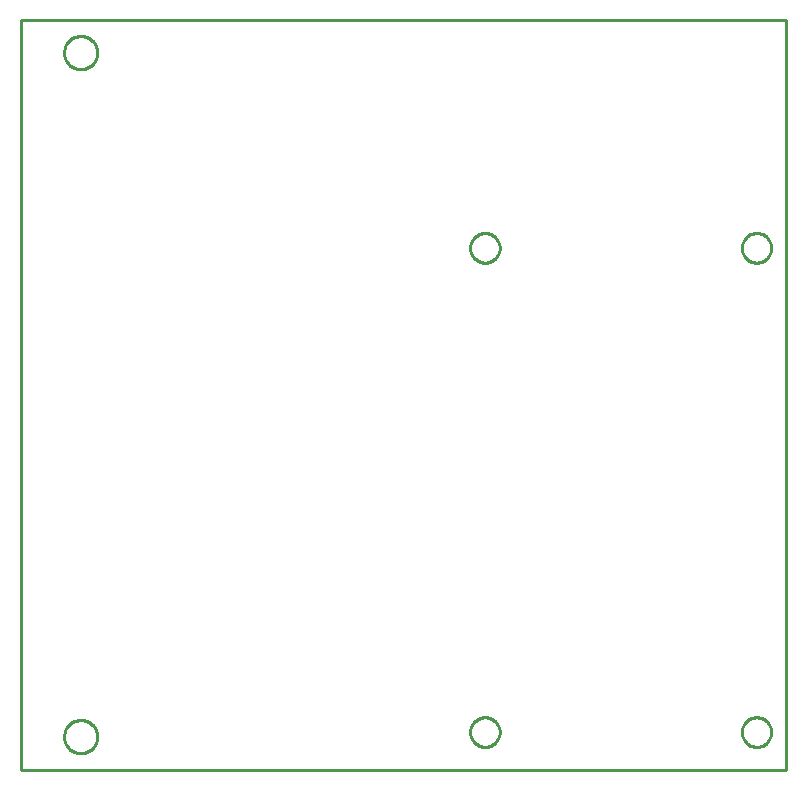
<source format=gbr>
G04 EAGLE Gerber RS-274X export*
G75*
%MOMM*%
%FSLAX34Y34*%
%LPD*%
%IN*%
%IPPOS*%
%AMOC8*
5,1,8,0,0,1.08239X$1,22.5*%
G01*
%ADD10C,0.254000*%


D10*
X0Y0D02*
X647700Y0D01*
X647700Y635000D01*
X0Y635000D01*
X0Y0D01*
X622509Y429300D02*
X621530Y429377D01*
X620560Y429531D01*
X619604Y429760D01*
X618670Y430064D01*
X617763Y430439D01*
X616888Y430885D01*
X616050Y431399D01*
X615255Y431976D01*
X614508Y432614D01*
X613814Y433308D01*
X613176Y434055D01*
X612599Y434850D01*
X612085Y435688D01*
X611639Y436563D01*
X611264Y437470D01*
X610960Y438404D01*
X610731Y439360D01*
X610577Y440330D01*
X610500Y441309D01*
X610500Y442291D01*
X610577Y443270D01*
X610731Y444241D01*
X610960Y445196D01*
X611264Y446130D01*
X611639Y447037D01*
X612085Y447912D01*
X612599Y448750D01*
X613176Y449545D01*
X613814Y450292D01*
X614508Y450986D01*
X615255Y451624D01*
X616050Y452201D01*
X616888Y452715D01*
X617763Y453161D01*
X618670Y453536D01*
X619604Y453840D01*
X620560Y454069D01*
X621530Y454223D01*
X622509Y454300D01*
X623491Y454300D01*
X624470Y454223D01*
X625441Y454069D01*
X626396Y453840D01*
X627330Y453536D01*
X628237Y453161D01*
X629112Y452715D01*
X629950Y452201D01*
X630745Y451624D01*
X631492Y450986D01*
X632186Y450292D01*
X632824Y449545D01*
X633401Y448750D01*
X633915Y447912D01*
X634361Y447037D01*
X634736Y446130D01*
X635040Y445196D01*
X635269Y444241D01*
X635423Y443270D01*
X635500Y442291D01*
X635500Y441309D01*
X635423Y440330D01*
X635269Y439360D01*
X635040Y438404D01*
X634736Y437470D01*
X634361Y436563D01*
X633915Y435688D01*
X633401Y434850D01*
X632824Y434055D01*
X632186Y433308D01*
X631492Y432614D01*
X630745Y431976D01*
X629950Y431399D01*
X629112Y430885D01*
X628237Y430439D01*
X627330Y430064D01*
X626396Y429760D01*
X625441Y429531D01*
X624470Y429377D01*
X623491Y429300D01*
X622509Y429300D01*
X392509Y429300D02*
X391530Y429377D01*
X390560Y429531D01*
X389604Y429760D01*
X388670Y430064D01*
X387763Y430439D01*
X386888Y430885D01*
X386050Y431399D01*
X385255Y431976D01*
X384508Y432614D01*
X383814Y433308D01*
X383176Y434055D01*
X382599Y434850D01*
X382085Y435688D01*
X381639Y436563D01*
X381264Y437470D01*
X380960Y438404D01*
X380731Y439360D01*
X380577Y440330D01*
X380500Y441309D01*
X380500Y442291D01*
X380577Y443270D01*
X380731Y444241D01*
X380960Y445196D01*
X381264Y446130D01*
X381639Y447037D01*
X382085Y447912D01*
X382599Y448750D01*
X383176Y449545D01*
X383814Y450292D01*
X384508Y450986D01*
X385255Y451624D01*
X386050Y452201D01*
X386888Y452715D01*
X387763Y453161D01*
X388670Y453536D01*
X389604Y453840D01*
X390560Y454069D01*
X391530Y454223D01*
X392509Y454300D01*
X393491Y454300D01*
X394470Y454223D01*
X395441Y454069D01*
X396396Y453840D01*
X397330Y453536D01*
X398237Y453161D01*
X399112Y452715D01*
X399950Y452201D01*
X400745Y451624D01*
X401492Y450986D01*
X402186Y450292D01*
X402824Y449545D01*
X403401Y448750D01*
X403915Y447912D01*
X404361Y447037D01*
X404736Y446130D01*
X405040Y445196D01*
X405269Y444241D01*
X405423Y443270D01*
X405500Y442291D01*
X405500Y441309D01*
X405423Y440330D01*
X405269Y439360D01*
X405040Y438404D01*
X404736Y437470D01*
X404361Y436563D01*
X403915Y435688D01*
X403401Y434850D01*
X402824Y434055D01*
X402186Y433308D01*
X401492Y432614D01*
X400745Y431976D01*
X399950Y431399D01*
X399112Y430885D01*
X398237Y430439D01*
X397330Y430064D01*
X396396Y429760D01*
X395441Y429531D01*
X394470Y429377D01*
X393491Y429300D01*
X392509Y429300D01*
X622509Y19300D02*
X621530Y19377D01*
X620560Y19531D01*
X619604Y19760D01*
X618670Y20064D01*
X617763Y20439D01*
X616888Y20885D01*
X616050Y21399D01*
X615255Y21976D01*
X614508Y22614D01*
X613814Y23308D01*
X613176Y24055D01*
X612599Y24850D01*
X612085Y25688D01*
X611639Y26563D01*
X611264Y27470D01*
X610960Y28404D01*
X610731Y29360D01*
X610577Y30330D01*
X610500Y31309D01*
X610500Y32291D01*
X610577Y33270D01*
X610731Y34241D01*
X610960Y35196D01*
X611264Y36130D01*
X611639Y37037D01*
X612085Y37912D01*
X612599Y38750D01*
X613176Y39545D01*
X613814Y40292D01*
X614508Y40986D01*
X615255Y41624D01*
X616050Y42201D01*
X616888Y42715D01*
X617763Y43161D01*
X618670Y43536D01*
X619604Y43840D01*
X620560Y44069D01*
X621530Y44223D01*
X622509Y44300D01*
X623491Y44300D01*
X624470Y44223D01*
X625441Y44069D01*
X626396Y43840D01*
X627330Y43536D01*
X628237Y43161D01*
X629112Y42715D01*
X629950Y42201D01*
X630745Y41624D01*
X631492Y40986D01*
X632186Y40292D01*
X632824Y39545D01*
X633401Y38750D01*
X633915Y37912D01*
X634361Y37037D01*
X634736Y36130D01*
X635040Y35196D01*
X635269Y34241D01*
X635423Y33270D01*
X635500Y32291D01*
X635500Y31309D01*
X635423Y30330D01*
X635269Y29360D01*
X635040Y28404D01*
X634736Y27470D01*
X634361Y26563D01*
X633915Y25688D01*
X633401Y24850D01*
X632824Y24055D01*
X632186Y23308D01*
X631492Y22614D01*
X630745Y21976D01*
X629950Y21399D01*
X629112Y20885D01*
X628237Y20439D01*
X627330Y20064D01*
X626396Y19760D01*
X625441Y19531D01*
X624470Y19377D01*
X623491Y19300D01*
X622509Y19300D01*
X392509Y19300D02*
X391530Y19377D01*
X390560Y19531D01*
X389604Y19760D01*
X388670Y20064D01*
X387763Y20439D01*
X386888Y20885D01*
X386050Y21399D01*
X385255Y21976D01*
X384508Y22614D01*
X383814Y23308D01*
X383176Y24055D01*
X382599Y24850D01*
X382085Y25688D01*
X381639Y26563D01*
X381264Y27470D01*
X380960Y28404D01*
X380731Y29360D01*
X380577Y30330D01*
X380500Y31309D01*
X380500Y32291D01*
X380577Y33270D01*
X380731Y34241D01*
X380960Y35196D01*
X381264Y36130D01*
X381639Y37037D01*
X382085Y37912D01*
X382599Y38750D01*
X383176Y39545D01*
X383814Y40292D01*
X384508Y40986D01*
X385255Y41624D01*
X386050Y42201D01*
X386888Y42715D01*
X387763Y43161D01*
X388670Y43536D01*
X389604Y43840D01*
X390560Y44069D01*
X391530Y44223D01*
X392509Y44300D01*
X393491Y44300D01*
X394470Y44223D01*
X395441Y44069D01*
X396396Y43840D01*
X397330Y43536D01*
X398237Y43161D01*
X399112Y42715D01*
X399950Y42201D01*
X400745Y41624D01*
X401492Y40986D01*
X402186Y40292D01*
X402824Y39545D01*
X403401Y38750D01*
X403915Y37912D01*
X404361Y37037D01*
X404736Y36130D01*
X405040Y35196D01*
X405269Y34241D01*
X405423Y33270D01*
X405500Y32291D01*
X405500Y31309D01*
X405423Y30330D01*
X405269Y29360D01*
X405040Y28404D01*
X404736Y27470D01*
X404361Y26563D01*
X403915Y25688D01*
X403401Y24850D01*
X402824Y24055D01*
X402186Y23308D01*
X401492Y22614D01*
X400745Y21976D01*
X399950Y21399D01*
X399112Y20885D01*
X398237Y20439D01*
X397330Y20064D01*
X396396Y19760D01*
X395441Y19531D01*
X394470Y19377D01*
X393491Y19300D01*
X392509Y19300D01*
X50300Y593050D02*
X49303Y593121D01*
X48313Y593264D01*
X47336Y593476D01*
X46376Y593758D01*
X45439Y594107D01*
X44529Y594523D01*
X43652Y595002D01*
X42810Y595543D01*
X42010Y596142D01*
X41254Y596797D01*
X40547Y597504D01*
X39892Y598260D01*
X39293Y599060D01*
X38752Y599902D01*
X38273Y600779D01*
X37857Y601689D01*
X37508Y602626D01*
X37226Y603586D01*
X37014Y604563D01*
X36871Y605553D01*
X36800Y606550D01*
X36800Y607550D01*
X36871Y608548D01*
X37014Y609537D01*
X37226Y610515D01*
X37508Y611474D01*
X37857Y612411D01*
X38273Y613321D01*
X38752Y614198D01*
X39293Y615040D01*
X39892Y615840D01*
X40547Y616596D01*
X41254Y617303D01*
X42010Y617958D01*
X42810Y618557D01*
X43652Y619098D01*
X44529Y619577D01*
X45439Y619993D01*
X46376Y620342D01*
X47336Y620624D01*
X48313Y620836D01*
X49303Y620979D01*
X50300Y621050D01*
X51300Y621050D01*
X52298Y620979D01*
X53287Y620836D01*
X54265Y620624D01*
X55224Y620342D01*
X56161Y619993D01*
X57071Y619577D01*
X57948Y619098D01*
X58790Y618557D01*
X59590Y617958D01*
X60346Y617303D01*
X61053Y616596D01*
X61708Y615840D01*
X62307Y615040D01*
X62848Y614198D01*
X63327Y613321D01*
X63743Y612411D01*
X64092Y611474D01*
X64374Y610515D01*
X64586Y609537D01*
X64729Y608548D01*
X64800Y607550D01*
X64800Y606550D01*
X64729Y605553D01*
X64586Y604563D01*
X64374Y603586D01*
X64092Y602626D01*
X63743Y601689D01*
X63327Y600779D01*
X62848Y599902D01*
X62307Y599060D01*
X61708Y598260D01*
X61053Y597504D01*
X60346Y596797D01*
X59590Y596142D01*
X58790Y595543D01*
X57948Y595002D01*
X57071Y594523D01*
X56161Y594107D01*
X55224Y593758D01*
X54265Y593476D01*
X53287Y593264D01*
X52298Y593121D01*
X51300Y593050D01*
X50300Y593050D01*
X50300Y13950D02*
X49303Y14021D01*
X48313Y14164D01*
X47336Y14376D01*
X46376Y14658D01*
X45439Y15007D01*
X44529Y15423D01*
X43652Y15902D01*
X42810Y16443D01*
X42010Y17042D01*
X41254Y17697D01*
X40547Y18404D01*
X39892Y19160D01*
X39293Y19960D01*
X38752Y20802D01*
X38273Y21679D01*
X37857Y22589D01*
X37508Y23526D01*
X37226Y24486D01*
X37014Y25463D01*
X36871Y26453D01*
X36800Y27450D01*
X36800Y28450D01*
X36871Y29448D01*
X37014Y30437D01*
X37226Y31415D01*
X37508Y32374D01*
X37857Y33311D01*
X38273Y34221D01*
X38752Y35098D01*
X39293Y35940D01*
X39892Y36740D01*
X40547Y37496D01*
X41254Y38203D01*
X42010Y38858D01*
X42810Y39457D01*
X43652Y39998D01*
X44529Y40477D01*
X45439Y40893D01*
X46376Y41242D01*
X47336Y41524D01*
X48313Y41736D01*
X49303Y41879D01*
X50300Y41950D01*
X51300Y41950D01*
X52298Y41879D01*
X53287Y41736D01*
X54265Y41524D01*
X55224Y41242D01*
X56161Y40893D01*
X57071Y40477D01*
X57948Y39998D01*
X58790Y39457D01*
X59590Y38858D01*
X60346Y38203D01*
X61053Y37496D01*
X61708Y36740D01*
X62307Y35940D01*
X62848Y35098D01*
X63327Y34221D01*
X63743Y33311D01*
X64092Y32374D01*
X64374Y31415D01*
X64586Y30437D01*
X64729Y29448D01*
X64800Y28450D01*
X64800Y27450D01*
X64729Y26453D01*
X64586Y25463D01*
X64374Y24486D01*
X64092Y23526D01*
X63743Y22589D01*
X63327Y21679D01*
X62848Y20802D01*
X62307Y19960D01*
X61708Y19160D01*
X61053Y18404D01*
X60346Y17697D01*
X59590Y17042D01*
X58790Y16443D01*
X57948Y15902D01*
X57071Y15423D01*
X56161Y15007D01*
X55224Y14658D01*
X54265Y14376D01*
X53287Y14164D01*
X52298Y14021D01*
X51300Y13950D01*
X50300Y13950D01*
M02*

</source>
